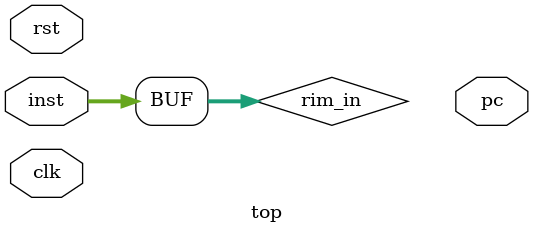
<source format=v>
module top(
        input clk,
        input rst,
        input [31:0] inst,
        output [31:0] pc
    );
    wire [4:0] waddr;
    wire [31:0] wdata;
    wire wen;
    wire [4:0] raddr;
    wire [31:0] rdata;
    RegisterFile #(5, 32) R (
                     .clk(clk),
                     .waddr(waddr),
                     .wdata(wdata),
                     .wen(wen),
                     .raddr(raddr),
                     .rdata(rdata)
                 );

    wire [31:0] rpc_in;
    wire [31:0] rpc_out;
    Reg #(32, 32'h80000000) rpc (clk, rst, rpc_in, rpc_out, 1'b1);

    wire [31:0] rim_in;
    wire [31:0] rim_out;
    Reg #(32, 32'b0) rim (clk, rst, rim_in, rim_out, 1'b1);
    assign rim_in = inst;

    wire [6:0] opcode;
    wire [6:0] funct7;
    wire [2:0] funct3;
    wire [31:0] imm;
    wire [4:0] rs1;
    wire [4:0] rs2;
    wire [4:0] rd;
    Decode decode (inst, opcode, funct7, funct3, imm, rs1, rs2, rd);


    wire [31:0] A;
    wire [31:0] B;
    wire [31:0] S;
    ALU alu (A, B, funct3, S);




endmodule

</source>
